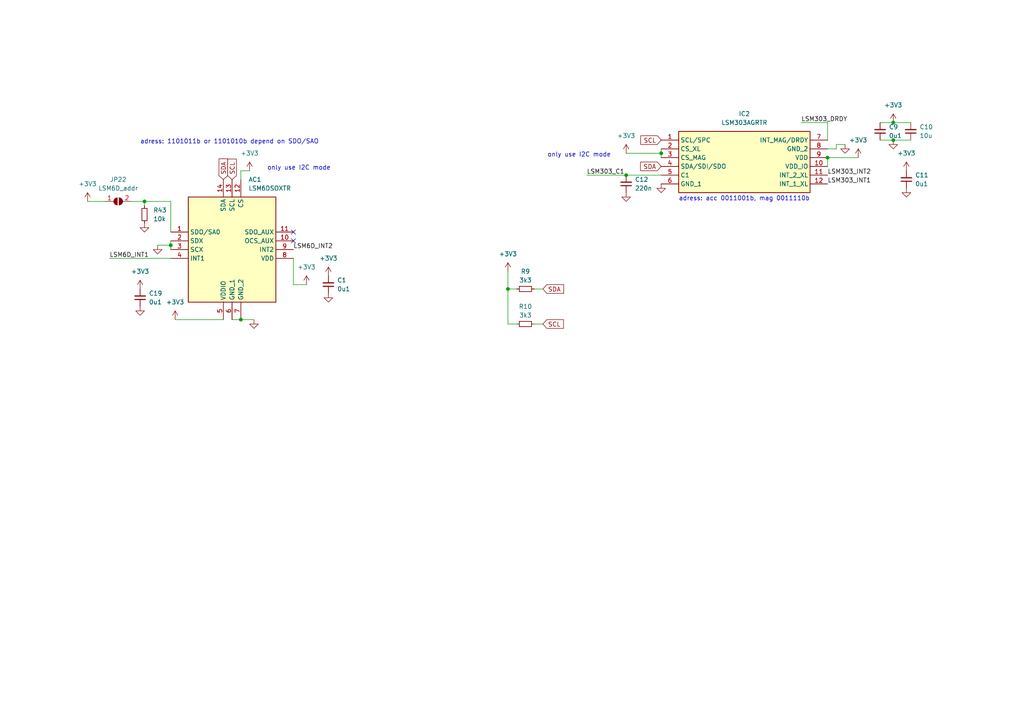
<source format=kicad_sch>
(kicad_sch (version 20230121) (generator eeschema)
  (paper "A4")
  (lib_symbols
    (symbol "Device:C_Small" (pin_numbers hide) (pin_names (offset 0.254) hide)
      (property "Reference" "C" (at 0.254 1.778 0))
      (property "Value" "C_Small" (at 0.254 -2.032 0))
      (symbol "C_Small_0_1"
        (polyline (pts (xy -1.524 -0.508) (xy 1.524 -0.508)) (stroke (width 0.3302)))
        (polyline (pts (xy -1.524 0.508) (xy 1.524 0.508)) (stroke (width 0.3048)))
      )
      (symbol "C_Small_1_1"
        (pin passive line (at 0 2.54 270) (length 2.032) (name "~") (number "1"))
        (pin passive line (at 0 -2.54 90) (length 2.032) (name "~") (number "2"))
      )
    )
    (symbol "Device:R_Small" (pin_numbers hide) (pin_names (offset 0.254) hide)
      (property "Reference" "R" (at 0.762 0.508 0))
      (property "Value" "R_Small" (at 0.762 -1.016 0))
      (symbol "R_Small_0_1"
        (rectangle (start -0.762 1.778) (end 0.762 -1.778) (stroke (width 0.2032)))
      )
      (symbol "R_Small_1_1"
        (pin passive line (at 0 2.54 270) (length 0.762) (name "~") (number "1"))
        (pin passive line (at 0 -2.54 90) (length 0.762) (name "~") (number "2"))
      )
    )
    (symbol "Jumper:SolderJumper_2_Open" (pin_names (offset 0) hide)
      (property "Reference" "JP" (at 0 2.032 0))
      (property "Value" "SolderJumper_2_Open" (at 0 -2.54 0))
      (symbol "SolderJumper_2_Open_0_1"
        (arc (start -0.254 1.016) (mid -1.2656 0) (end -0.254 -1.016))
        (arc (start -0.254 1.016) (mid -1.2656 0) (end -0.254 -1.016) (fill (type outline)))
        (polyline (pts (xy -0.254 1.016) (xy -0.254 -1.016)))
        (polyline (pts (xy 0.254 1.016) (xy 0.254 -1.016)))
        (arc (start 0.254 -1.016) (mid 1.2656 0) (end 0.254 1.016))
        (arc (start 0.254 -1.016) (mid 1.2656 0) (end 0.254 1.016) (fill (type outline)))
      )
      (symbol "SolderJumper_2_Open_1_1"
        (pin passive line (at -3.81 0 0) (length 2.54) (name "A") (number "1"))
        (pin passive line (at 3.81 0 180) (length 2.54) (name "B") (number "2"))
      )
    )
    (symbol "SamacSys_Parts:LSM303AGRTR"
      (property "Reference" "IC" (at 44.45 7.62 0))
      (property "Value" "LSM303AGRTR" (at 44.45 5.08 0))
      (symbol "LSM303AGRTR_1_1"
        (rectangle (start 5.08 2.54) (end 43.18 -15.24) (stroke (width 0.254)) (fill (type background)))
        (pin passive line (at 0 0 0) (length 5.08) (name "SCL/SPC") (number "1"))
        (pin passive line (at 48.26 -7.62 180) (length 5.08) (name "VDD_IO") (number "10"))
        (pin passive line (at 48.26 -10.16 180) (length 5.08) (name "INT_2_XL") (number "11"))
        (pin passive line (at 48.26 -12.7 180) (length 5.08) (name "INT_1_XL") (number "12"))
        (pin passive line (at 0 -2.54 0) (length 5.08) (name "CS_XL") (number "2"))
        (pin passive line (at 0 -5.08 0) (length 5.08) (name "CS_MAG") (number "3"))
        (pin passive line (at 0 -7.62 0) (length 5.08) (name "SDA/SDI/SDO") (number "4"))
        (pin passive line (at 0 -10.16 0) (length 5.08) (name "C1") (number "5"))
        (pin passive line (at 0 -12.7 0) (length 5.08) (name "GND_1") (number "6"))
        (pin passive line (at 48.26 0 180) (length 5.08) (name "INT_MAG/DRDY") (number "7"))
        (pin passive line (at 48.26 -2.54 180) (length 5.08) (name "GND_2") (number "8"))
        (pin passive line (at 48.26 -5.08 180) (length 5.08) (name "VDD") (number "9"))
      )
    )
    (symbol "SamacSys_Parts:LSM6DSOXTR"
      (property "Reference" "AC" (at 31.75 15.24 0))
      (property "Value" "LSM6DSOXTR" (at 31.75 12.7 0))
      (symbol "LSM6DSOXTR_1_1"
        (rectangle (start 5.08 10.16) (end 30.48 -20.32) (stroke (width 0.254)) (fill (type background)))
        (pin passive line (at 0 0 0) (length 5.08) (name "SDO/SA0") (number "1"))
        (pin passive line (at 35.56 -2.54 180) (length 5.08) (name "OCS_AUX") (number "10"))
        (pin passive line (at 35.56 0 180) (length 5.08) (name "SDO_AUX") (number "11"))
        (pin passive line (at 20.32 15.24 270) (length 5.08) (name "CS") (number "12"))
        (pin passive line (at 17.78 15.24 270) (length 5.08) (name "SCL") (number "13"))
        (pin passive line (at 15.24 15.24 270) (length 5.08) (name "SDA") (number "14"))
        (pin passive line (at 0 -2.54 0) (length 5.08) (name "SDX") (number "2"))
        (pin passive line (at 0 -5.08 0) (length 5.08) (name "SCX") (number "3"))
        (pin passive line (at 0 -7.62 0) (length 5.08) (name "INT1") (number "4"))
        (pin passive line (at 15.24 -25.4 90) (length 5.08) (name "VDDIO") (number "5"))
        (pin passive line (at 17.78 -25.4 90) (length 5.08) (name "GND_1") (number "6"))
        (pin passive line (at 20.32 -25.4 90) (length 5.08) (name "GND_2") (number "7"))
        (pin passive line (at 35.56 -7.62 180) (length 5.08) (name "VDD") (number "8"))
        (pin passive line (at 35.56 -5.08 180) (length 5.08) (name "INT2") (number "9"))
      )
    )
    (symbol "power:+3V3" (power) (pin_names (offset 0))
      (property "Value" "+3V3" (at 0 3.556 0))
      (symbol "+3V3_0_1"
        (polyline (pts (xy -0.762 1.27) (xy 0 2.54)))
        (polyline (pts (xy 0 0) (xy 0 2.54)))
        (polyline (pts (xy 0 2.54) (xy 0.762 1.27)))
      )
      (symbol "+3V3_1_1"
        (pin power_in line (at 0 0 90) (length 0) hide (name "+3V3") (number "1"))
      )
    )
    (symbol "power:GND" (power) (pin_names (offset 0))
      (property "Value" "GND" (at 0 -3.81 0))
      (symbol "GND_0_1"
        (polyline (pts (xy 0 0) (xy 0 -1.27) (xy 1.27 -1.27) (xy 0 -2.54) (xy -1.27 -1.27) (xy 0 -1.27)))
      )
      (symbol "GND_1_1"
        (pin power_in line (at 0 0 270) (length 0) hide (name "GND") (number "1"))
      )
    )
  )
  (junction (at 240.03 45.72))
  (junction (at 191.77 44.45))
  (junction (at 259.08 40.64))
  (junction (at 259.08 35.56))
  (junction (at 49.53 71.12))
  (junction (at 181.61 50.8))
  (junction (at 41.91 58.42))
  (junction (at 147.32 83.82))
  (junction (at 69.85 92.71))
  (no_connect (at 85.09 67.31))
  (no_connect (at 85.09 69.85))
  (wire (pts (xy 242.57 41.91) (xy 242.57 43.18)))
  (wire (pts (xy 245.11 41.91) (xy 242.57 41.91)))
  (wire (pts (xy 49.53 58.42) (xy 49.53 67.31)))
  (wire (pts (xy 31.75 74.93) (xy 49.53 74.93)))
  (wire (pts (xy 41.91 59.69) (xy 41.91 58.42)))
  (wire (pts (xy 232.41 35.56) (xy 240.03 35.56)))
  (wire (pts (xy 149.86 93.98) (xy 147.32 93.98)))
  (wire (pts (xy 147.32 78.74) (xy 147.32 83.82)))
  (wire (pts (xy 259.08 40.64) (xy 255.27 40.64)))
  (wire (pts (xy 240.03 35.56) (xy 240.03 40.64)))
  (wire (pts (xy 259.08 35.56) (xy 255.27 35.56)))
  (wire (pts (xy 45.72 71.12) (xy 49.53 71.12)))
  (wire (pts (xy 41.91 58.42) (xy 49.53 58.42)))
  (wire (pts (xy 69.85 49.53) (xy 69.85 52.07)))
  (wire (pts (xy 49.53 71.12) (xy 49.53 72.39)))
  (wire (pts (xy 191.77 44.45) (xy 191.77 43.18)))
  (wire (pts (xy 154.94 93.98) (xy 157.48 93.98)))
  (wire (pts (xy 240.03 45.72) (xy 240.03 48.26)))
  (wire (pts (xy 73.66 92.71) (xy 69.85 92.71)))
  (wire (pts (xy 242.57 43.18) (xy 240.03 43.18)))
  (wire (pts (xy 50.8 92.71) (xy 64.77 92.71)))
  (wire (pts (xy 259.08 35.56) (xy 264.16 35.56)))
  (wire (pts (xy 25.4 58.42) (xy 30.48 58.42)))
  (wire (pts (xy 181.61 44.45) (xy 191.77 44.45)))
  (wire (pts (xy 170.18 50.8) (xy 181.61 50.8)))
  (wire (pts (xy 147.32 93.98) (xy 147.32 83.82)))
  (wire (pts (xy 191.77 44.45) (xy 191.77 45.72)))
  (wire (pts (xy 88.9 82.55) (xy 85.09 82.55)))
  (wire (pts (xy 38.1 58.42) (xy 41.91 58.42)))
  (wire (pts (xy 154.94 83.82) (xy 157.48 83.82)))
  (wire (pts (xy 259.08 40.64) (xy 264.16 40.64)))
  (wire (pts (xy 181.61 50.8) (xy 191.77 50.8)))
  (wire (pts (xy 72.39 49.53) (xy 69.85 49.53)))
  (wire (pts (xy 248.92 45.72) (xy 240.03 45.72)))
  (wire (pts (xy 85.09 82.55) (xy 85.09 74.93)))
  (wire (pts (xy 69.85 92.71) (xy 67.31 92.71)))
  (wire (pts (xy 149.86 83.82) (xy 147.32 83.82)))
  (wire (pts (xy 49.53 71.12) (xy 49.53 69.85)))
  (text "only use I2C mode" (at 158.75 45.72 0) (effects (font (size 1.27 1.27)) (justify left bottom)))
  (text "adress: acc 0011001b, mag 0011110b" (at 196.85 58.42 0) (effects (font (size 1.27 1.27)) (justify left bottom)))
  (text "only use I2C mode" (at 77.47 49.53 0) (effects (font (size 1.27 1.27)) (justify left bottom)))
  (text "adress: 1101011b or 1101010b depend on SDO/SAO" (at 40.64 41.91 0) (effects (font (size 1.27 1.27)) (justify left bottom)))
  (label "LSM303_DRDY" (at 232.41 35.56 0))
  (label "LSM303_C1" (at 170.18 50.8 0))
  (label "LSM303_INT1" (at 240.03 53.34 0))
  (label "LSM6D_INT2" (at 85.09 72.39 0))
  (label "LSM6D_INT1" (at 31.75 74.93 0))
  (label "LSM303_INT2" (at 240.03 50.8 0))
  (global_label "SCL" (shape input) (at 157.48 93.98 0) (property "Intersheetrefs" "${INTERSHEET_REFS}" (effects hide)))
  (global_label "SDA" (shape input) (at 191.77 48.26 180) (property "Intersheetrefs" "${INTERSHEET_REFS}" (effects hide)))
  (global_label "SCL" (shape input) (at 67.31 52.07 90) (property "Intersheetrefs" "${INTERSHEET_REFS}" (effects hide)))
  (global_label "SDA" (shape input) (at 157.48 83.82 0) (property "Intersheetrefs" "${INTERSHEET_REFS}" (effects hide)))
  (global_label "SDA" (shape input) (at 64.77 52.07 90) (property "Intersheetrefs" "${INTERSHEET_REFS}" (effects hide)))
  (global_label "SCL" (shape input) (at 191.77 40.64 180) (property "Intersheetrefs" "${INTERSHEET_REFS}" (effects hide)))
  (symbol (lib_id "power:+3V3") (at 95.25 80.01 0) (unit 1)
    (property "Reference" "#PWR051" (effects hide))
    (property "Value" "+3V3" (at 95.25 74.93 0))
    (instances (project "RpiHat" (path "" (reference "#PWR051") (unit 1))) (project "DIY_IMU" (path "" (reference "#PWR036") (unit 1)) (path "" (reference "#PWR036") (unit 1))))
  )
  (symbol (lib_id "Device:C_Small") (at 262.89 52.07 180) (unit 1)
    (property "Reference" "C11" (at 265.43 50.7936 0) (effects (justify right)))
    (property "Value" "0u1" (at 265.43 53.3336 0) (effects (justify right)))
    (property "Footprint" "Capacitor_SMD:C_0805_2012Metric" (effects hide))
    (instances (project "RpiHat" (path "" (reference "C11") (unit 1))) (project "DIY_IMU" (path "" (reference "C11") (unit 1)) (path "" (reference "C11") (unit 1))) (project "remote_gate" (path "" (reference "C12") (unit 1))) (project "power board" (path "" (reference "C18") (unit 1))))
  )
  (symbol (lib_id "power:GND") (at 259.08 40.64 0) (unit 1)
    (property "Reference" "#PWR091" (effects hide))
    (property "Value" "GND" (effects hide))
    (instances (project "RpiHat" (path "" (reference "#PWR091") (unit 1))) (project "DIY_IMU" (path "" (reference "#PWR023") (unit 1)) (path "" (reference "#PWR023") (unit 1))))
  )
  (symbol (lib_id "power:GND") (at 245.11 41.91 0) (unit 1)
    (property "Reference" "#PWR074" (effects hide))
    (property "Value" "GND" (effects hide))
    (instances (project "RpiHat" (path "" (reference "#PWR074") (unit 1))) (project "DIY_IMU" (path "" (reference "#PWR024") (unit 1)) (path "" (reference "#PWR024") (unit 1))))
  )
  (symbol (lib_id "power:+3V3") (at 147.32 78.74 0) (mirror y) (unit 1)
    (property "Reference" "#PWR040" (effects hide))
    (property "Value" "+3V3" (at 147.32 73.66 0))
    (instances (project "RpiHat" (path "" (reference "#PWR040") (unit 1))) (project "DIY_IMU" (path "" (reference "#PWR031") (unit 1)) (path "" (reference "#PWR035") (unit 1))))
  )
  (symbol (lib_id "Device:R_Small") (at 152.4 93.98 90) (unit 1)
    (property "Reference" "R10" (at 152.4 88.9 90))
    (property "Value" "3k3" (at 152.4 91.44 90))
    (property "Footprint" "Resistor_SMD:R_0603_1608Metric" (effects hide))
    (instances (project "RpiHat" (path "" (reference "R10") (unit 1))) (project "DIY_IMU" (path "" (reference "R5") (unit 1)) (path "" (reference "R6") (unit 1))))
  )
  (symbol (lib_id "power:GND") (at 181.61 55.88 0) (unit 1)
    (property "Reference" "#PWR096" (effects hide))
    (property "Value" "GND" (effects hide))
    (instances (project "RpiHat" (path "" (reference "#PWR096") (unit 1))) (project "DIY_IMU" (path "" (reference "#PWR030") (unit 1)) (path "" (reference "#PWR031") (unit 1))))
  )
  (symbol (lib_id "power:+3V3") (at 248.92 45.72 0) (unit 1)
    (property "Reference" "#PWR060" (effects hide))
    (property "Value" "+3V3" (at 248.92 40.64 0))
    (instances (project "RpiHat" (path "" (reference "#PWR060") (unit 1))) (project "DIY_IMU" (path "" (reference "#PWR026") (unit 1)) (path "" (reference "#PWR026") (unit 1))))
  )
  (symbol (lib_id "power:GND") (at 45.72 71.12 0) (unit 1)
    (property "Reference" "#PWR058" (effects hide))
    (property "Value" "GND" (effects hide))
    (instances (project "RpiHat" (path "" (reference "#PWR058") (unit 1))) (project "DIY_IMU" (path "" (reference "#PWR035") (unit 1)) (path "" (reference "#PWR034") (unit 1))))
  )
  (symbol (lib_id "Device:R_Small") (at 152.4 83.82 90) (unit 1)
    (property "Reference" "R9" (at 152.4 78.74 90))
    (property "Value" "3k3" (at 152.4 81.28 90))
    (property "Footprint" "Resistor_SMD:R_0603_1608Metric" (effects hide))
    (instances (project "RpiHat" (path "" (reference "R9") (unit 1))) (project "DIY_IMU" (path "" (reference "R4") (unit 1)) (path "" (reference "R5") (unit 1))))
  )
  (symbol (lib_id "SamacSys_Parts:LSM6DSOXTR") (at 49.53 67.31 0) (unit 1)
    (property "Reference" "AC1" (at 72.0441 52.07 0) (effects (justify left)))
    (property "Value" "LSM6DSOXTR" (at 72.0441 54.61 0) (effects (justify left)))
    (property "Footprint" "SamacSys_Parts:LGA-14_1" (effects hide))
    (property "Datasheet" "https://www.st.com/resource/en/datasheet/lsm6dsox.pdf" (effects hide))
    (property "Mouser Part Number" "511-LSM6DSOXTR" (effects hide))
    (property "Mouser Price/Stock" "https://www.mouser.co.uk/ProductDetail/STMicroelectronics/LSM6DSOXTR?qs=l7cgNqFNU1i9dcjzItLpVQ%3D%3D" (effects hide))
    (property "Manufacturer_Name" "STMicroelectronics" (effects hide))
    (property "Manufacturer_Part_Number" "LSM6DSOXTR" (effects hide))
  )
  (symbol (lib_id "power:GND") (at 262.89 54.61 0) (unit 1)
    (property "Reference" "#PWR093" (effects hide))
    (property "Value" "GND" (effects hide))
    (instances (project "RpiHat" (path "" (reference "#PWR093") (unit 1))) (project "DIY_IMU" (path "" (reference "#PWR029") (unit 1)) (path "" (reference "#PWR030") (unit 1))))
  )
  (symbol (lib_id "power:GND") (at 73.66 92.71 0) (unit 1)
    (property "Reference" "#PWR023" (effects hide))
    (property "Value" "GND" (effects hide))
    (instances (project "RpiHat" (path "" (reference "#PWR023") (unit 1))) (project "DIY_IMU" (path "" (reference "#PWR042") (unit 1)) (path "" (reference "#PWR042") (unit 1))))
  )
  (symbol (lib_id "Device:C_Small") (at 95.25 82.55 180) (unit 1)
    (property "Reference" "C1" (at 97.79 81.2736 0) (effects (justify right)))
    (property "Value" "0u1" (at 97.79 83.8136 0) (effects (justify right)))
    (property "Footprint" "Capacitor_SMD:C_0805_2012Metric" (effects hide))
    (instances (project "RpiHat" (path "" (reference "C1") (unit 1))) (project "DIY_IMU" (path "" (reference "C13") (unit 1)) (path "" (reference "C13") (unit 1))) (project "remote_gate" (path "" (reference "C12") (unit 1))) (project "power board" (path "" (reference "C18") (unit 1))))
  )
  (symbol (lib_id "power:+3V3") (at 181.61 44.45 0) (unit 1)
    (property "Reference" "#PWR094" (effects hide))
    (property "Value" "+3V3" (at 181.61 39.37 0))
    (instances (project "RpiHat" (path "" (reference "#PWR094") (unit 1))) (project "DIY_IMU" (path "" (reference "#PWR025") (unit 1)) (path "" (reference "#PWR025") (unit 1))))
  )
  (symbol (lib_id "power:+3V3") (at 88.9 82.55 0) (unit 1)
    (property "Reference" "#PWR057" (effects hide))
    (property "Value" "+3V3" (at 88.9 77.47 0))
    (instances (project "RpiHat" (path "" (reference "#PWR057") (unit 1))) (project "DIY_IMU" (path "" (reference "#PWR037") (unit 1)) (path "" (reference "#PWR037") (unit 1))))
  )
  (symbol (lib_id "Device:C_Small") (at 40.64 86.36 180) (unit 1)
    (property "Reference" "C19" (at 43.18 85.0836 0) (effects (justify right)))
    (property "Value" "0u1" (at 43.18 87.6236 0) (effects (justify right)))
    (property "Footprint" "Capacitor_SMD:C_0805_2012Metric" (effects hide))
    (instances (project "RpiHat" (path "" (reference "C19") (unit 1))) (project "DIY_IMU" (path "" (reference "C14") (unit 1)) (path "" (reference "C14") (unit 1))) (project "remote_gate" (path "" (reference "C12") (unit 1))) (project "power board" (path "" (reference "C18") (unit 1))))
  )
  (symbol (lib_id "power:GND") (at 41.91 64.77 0) (unit 1)
    (property "Reference" "#PWR089" (effects hide))
    (property "Value" "GND" (effects hide))
    (instances (project "RpiHat" (path "" (reference "#PWR089") (unit 1))) (project "DIY_IMU" (path "" (reference "#PWR034") (unit 1)) (path "" (reference "#PWR033") (unit 1))))
  )
  (symbol (lib_id "power:GND") (at 191.77 53.34 0) (unit 1)
    (property "Reference" "#PWR075" (effects hide))
    (property "Value" "GND" (effects hide))
    (instances (project "RpiHat" (path "" (reference "#PWR075") (unit 1))) (project "DIY_IMU" (path "" (reference "#PWR028") (unit 1)) (path "" (reference "#PWR029") (unit 1))))
  )
  (symbol (lib_id "power:GND") (at 95.25 85.09 0) (unit 1)
    (property "Reference" "#PWR052" (effects hide))
    (property "Value" "GND" (effects hide))
    (instances (project "RpiHat" (path "" (reference "#PWR052") (unit 1))) (project "DIY_IMU" (path "" (reference "#PWR039") (unit 1)) (path "" (reference "#PWR039") (unit 1))))
  )
  (symbol (lib_id "power:+3V3") (at 50.8 92.71 0) (unit 1)
    (property "Reference" "#PWR050" (effects hide))
    (property "Value" "+3V3" (at 50.8 87.63 0))
    (instances (project "RpiHat" (path "" (reference "#PWR050") (unit 1))) (project "DIY_IMU" (path "" (reference "#PWR041") (unit 1)) (path "" (reference "#PWR041") (unit 1))))
  )
  (symbol (lib_id "power:+3V3") (at 262.89 49.53 0) (unit 1)
    (property "Reference" "#PWR092" (effects hide))
    (property "Value" "+3V3" (at 262.89 44.45 0))
    (instances (project "RpiHat" (path "" (reference "#PWR092") (unit 1))) (project "DIY_IMU" (path "" (reference "#PWR027") (unit 1)) (path "" (reference "#PWR028") (unit 1))))
  )
  (symbol (lib_id "Jumper:SolderJumper_2_Open") (at 34.29 58.42 0) (unit 1)
    (property "Reference" "JP22" (at 34.29 52.07 0))
    (property "Value" "LSM6D_addr" (at 34.29 54.61 0))
    (property "Footprint" "Jumper:SolderJumper-2_P1.3mm_Open_RoundedPad1.0x1.5mm" (effects hide))
    (instances (project "RpiHat" (path "" (reference "JP22") (unit 1))) (project "DIY_IMU" (path "" (reference "JP3") (unit 1)) (path "" (reference "JP1") (unit 1))))
  )
  (symbol (lib_id "SamacSys_Parts:LSM303AGRTR") (at 191.77 40.64 0) (unit 1)
    (property "Reference" "IC2" (at 215.9 33.02 0))
    (property "Value" "LSM303AGRTR" (at 215.9 35.56 0))
    (property "Footprint" "Package_LGA:LGA-12_2x2mm_P0.5mm" (effects hide))
    (property "Datasheet" "http://www.st.com/content/ccc/resource/technical/document/datasheet/74/c4/19/54/62/c5/46/13/DM00177685.pdf/files/DM00177685.pdf/jcr:content/translations/en.DM00177685.pdf" (effects hide))
    (property "Mouser Part Number" "511-LSM303AGRTR" (effects hide))
    (property "Mouser Price/Stock" "https://www.mouser.co.uk/ProductDetail/STMicroelectronics/LSM303AGRTR?qs=dTJS0cRn7oj2TlQhcroMCw%3D%3D" (effects hide))
    (property "Manufacturer_Name" "STMicroelectronics" (effects hide))
    (property "Manufacturer_Part_Number" "LSM303AGRTR" (effects hide))
    (instances (project "RpiHat" (path "" (reference "IC2") (unit 1))) (project "DIY_IMU" (path "" (reference "IC4") (unit 1)) (path "" (reference "IC3") (unit 1))))
  )
  (symbol (lib_id "Device:C_Small") (at 181.61 53.34 180) (unit 1)
    (property "Reference" "C12" (at 184.15 52.0636 0) (effects (justify right)))
    (property "Value" "220n" (at 184.15 54.6036 0) (effects (justify right)))
    (property "Footprint" "Capacitor_SMD:C_0805_2012Metric" (effects hide))
    (instances (project "RpiHat" (path "" (reference "C12") (unit 1))) (project "DIY_IMU" (path "" (reference "C12") (unit 1)) (path "" (reference "C12") (unit 1))) (project "remote_gate" (path "" (reference "C12") (unit 1))) (project "power board" (path "" (reference "C18") (unit 1))))
  )
  (symbol (lib_id "Device:C_Small") (at 255.27 38.1 180) (unit 1)
    (property "Reference" "C9" (at 257.81 36.8236 0) (effects (justify right)))
    (property "Value" "0u1" (at 257.81 39.3636 0) (effects (justify right)))
    (property "Footprint" "Capacitor_SMD:C_0805_2012Metric" (effects hide))
    (instances (project "RpiHat" (path "" (reference "C9") (unit 1))) (project "DIY_IMU" (path "" (reference "C9") (unit 1)) (path "" (reference "C9") (unit 1))) (project "remote_gate" (path "" (reference "C12") (unit 1))) (project "power board" (path "" (reference "C18") (unit 1))))
  )
  (symbol (lib_id "power:+3V3") (at 72.39 49.53 0) (unit 1)
    (property "Reference" "#PWR059" (effects hide))
    (property "Value" "+3V3" (at 72.39 44.45 0))
    (instances (project "RpiHat" (path "" (reference "#PWR059") (unit 1))) (project "DIY_IMU" (path "" (reference "#PWR032") (unit 1)) (path "" (reference "#PWR027") (unit 1))))
  )
  (symbol (lib_id "Device:R_Small") (at 41.91 62.23 180) (unit 1)
    (property "Reference" "R43" (at 44.45 60.96 0) (effects (justify right)))
    (property "Value" "10k" (at 44.45 63.5 0) (effects (justify right)))
    (property "Footprint" "Resistor_SMD:R_0603_1608Metric" (effects hide))
    (instances (project "RpiHat" (path "" (reference "R43") (unit 1))) (project "DIY_IMU" (path "" (reference "R6") (unit 1)) (path "" (reference "R4") (unit 1))))
  )
  (symbol (lib_id "power:+3V3") (at 40.64 83.82 0) (unit 1)
    (property "Reference" "#PWR056" (effects hide))
    (property "Value" "+3V3" (at 40.64 78.74 0))
    (instances (project "RpiHat" (path "" (reference "#PWR056") (unit 1))) (project "DIY_IMU" (path "" (reference "#PWR038") (unit 1)) (path "" (reference "#PWR038") (unit 1))))
  )
  (symbol (lib_id "power:+3V3") (at 25.4 58.42 0) (unit 1)
    (property "Reference" "#PWR090" (effects hide))
    (property "Value" "+3V3" (at 25.4 53.34 0))
    (instances (project "RpiHat" (path "" (reference "#PWR090") (unit 1))) (project "DIY_IMU" (path "" (reference "#PWR033") (unit 1)) (path "" (reference "#PWR032") (unit 1))))
  )
  (symbol (lib_id "power:GND") (at 40.64 88.9 0) (unit 1)
    (property "Reference" "#PWR086" (effects hide))
    (property "Value" "GND" (effects hide))
    (instances (project "RpiHat" (path "" (reference "#PWR086") (unit 1))) (project "DIY_IMU" (path "" (reference "#PWR040") (unit 1)) (path "" (reference "#PWR040") (unit 1))))
  )
  (symbol (lib_id "Device:C_Small") (at 264.16 38.1 180) (unit 1)
    (property "Reference" "C10" (at 266.7 36.8236 0) (effects (justify right)))
    (property "Value" "10u" (at 266.7 39.3636 0) (effects (justify right)))
    (property "Footprint" "Capacitor_SMD:C_1206_3216Metric" (effects hide))
    (instances (project "RpiHat" (path "" (reference "C10") (unit 1))) (project "DIY_IMU" (path "" (reference "C10") (unit 1)) (path "" (reference "C10") (unit 1))) (project "remote_gate" (path "" (reference "C12") (unit 1))) (project "power board" (path "" (reference "C18") (unit 1))))
  )
  (symbol (lib_id "power:+3V3") (at 259.08 35.56 0) (unit 1)
    (property "Reference" "#PWR085" (effects hide))
    (property "Value" "+3V3" (at 259.08 30.48 0))
    (instances (project "RpiHat" (path "" (reference "#PWR085") (unit 1))) (project "DIY_IMU" (path "" (reference "#PWR022") (unit 1)) (path "" (reference "#PWR022") (unit 1))))
  )
)
</source>
